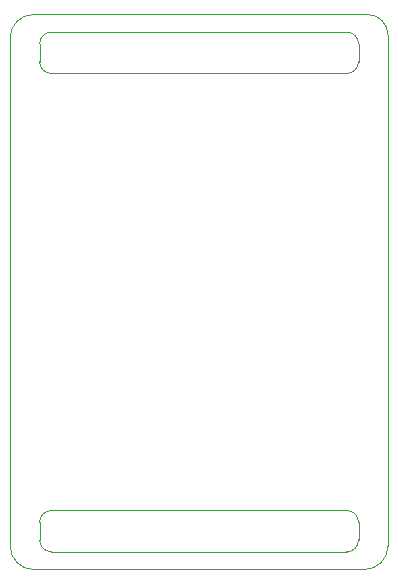
<source format=gbr>
%TF.GenerationSoftware,KiCad,Pcbnew,7.0.1*%
%TF.CreationDate,2024-01-11T23:21:17+00:00*%
%TF.ProjectId,Hardware,48617264-7761-4726-952e-6b696361645f,rev?*%
%TF.SameCoordinates,Original*%
%TF.FileFunction,Profile,NP*%
%FSLAX46Y46*%
G04 Gerber Fmt 4.6, Leading zero omitted, Abs format (unit mm)*
G04 Created by KiCad (PCBNEW 7.0.1) date 2024-01-11 23:21:17*
%MOMM*%
%LPD*%
G01*
G04 APERTURE LIST*
%TA.AperFunction,Profile*%
%ADD10C,0.100000*%
%TD*%
G04 APERTURE END LIST*
D10*
X116500000Y-79250000D02*
G75*
G03*
X117500000Y-80250000I1000000J0D01*
G01*
X146000000Y-36500000D02*
X146000000Y-79750000D01*
X116500000Y-38750000D02*
G75*
G03*
X117500000Y-39750000I1000000J0D01*
G01*
X143500000Y-37250000D02*
G75*
G03*
X142500000Y-36250000I-1000000J0D01*
G01*
X144000000Y-81750000D02*
G75*
G03*
X146000000Y-79750000I0J2000000D01*
G01*
X117500000Y-76750000D02*
G75*
G03*
X116500000Y-77750000I0J-1000000D01*
G01*
X143500000Y-38750000D02*
X143500000Y-37250000D01*
X142500000Y-39750000D02*
X117500000Y-39750000D01*
X142500000Y-39750000D02*
G75*
G03*
X143500000Y-38750000I0J1000000D01*
G01*
X142500000Y-76750000D02*
X117500000Y-76750000D01*
X142500000Y-80250000D02*
G75*
G03*
X143500000Y-79250000I0J1000000D01*
G01*
X114000000Y-79750000D02*
G75*
G03*
X116000000Y-81750000I2000000J0D01*
G01*
X117500000Y-36250000D02*
G75*
G03*
X116500000Y-37250000I0J-1000000D01*
G01*
X116500000Y-79250000D02*
X116500000Y-77750000D01*
X117500000Y-80250000D02*
X142500000Y-80250000D01*
X114000000Y-79750000D02*
X114000000Y-36750000D01*
X116000000Y-34750000D02*
G75*
G03*
X114000000Y-36750000I0J-2000000D01*
G01*
X116500000Y-38750000D02*
X116500000Y-37250000D01*
X144000000Y-81750000D02*
X116000000Y-81750000D01*
X117500000Y-36250000D02*
X142500000Y-36250000D01*
X116000000Y-34750000D02*
X144250000Y-34750000D01*
X143500000Y-77750000D02*
G75*
G03*
X142500000Y-76750000I-1000000J0D01*
G01*
X143500000Y-79250000D02*
X143500000Y-77750000D01*
X146000000Y-36500000D02*
G75*
G03*
X144250000Y-34750000I-1750000J0D01*
G01*
M02*

</source>
